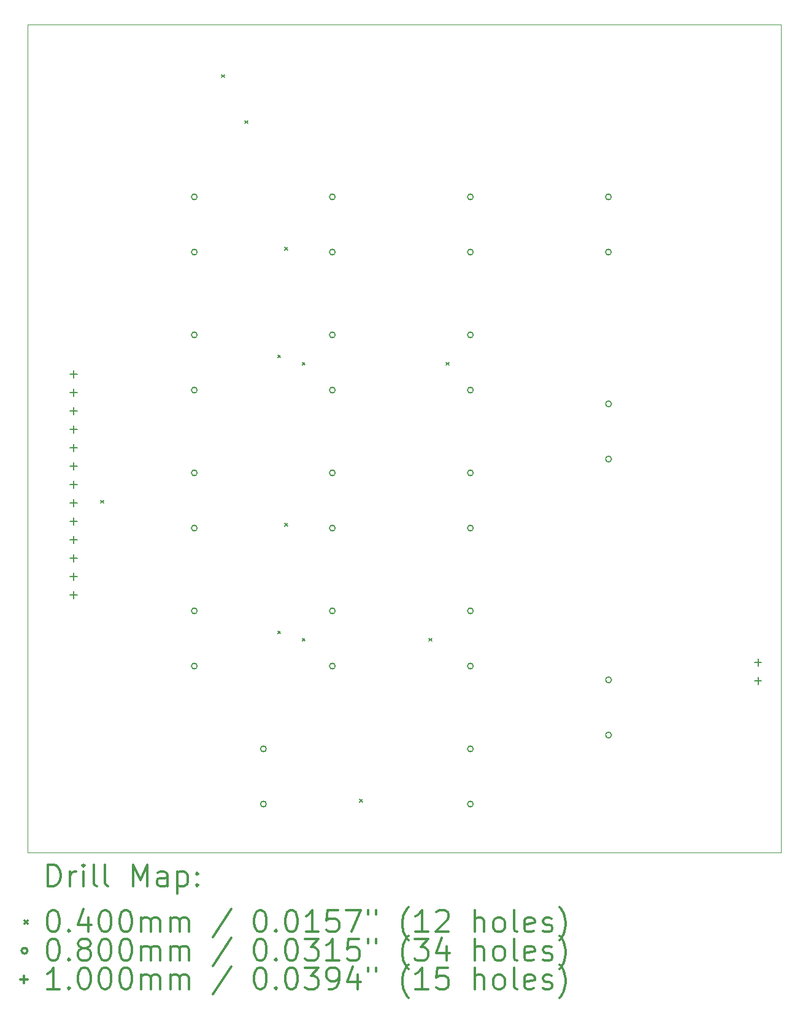
<source format=gbr>
%FSLAX45Y45*%
G04 Gerber Fmt 4.5, Leading zero omitted, Abs format (unit mm)*
G04 Created by KiCad (PCBNEW (5.1.10)-1) date 2023-01-23 12:40:16*
%MOMM*%
%LPD*%
G01*
G04 APERTURE LIST*
%TA.AperFunction,Profile*%
%ADD10C,0.050000*%
%TD*%
%ADD11C,0.200000*%
%ADD12C,0.300000*%
G04 APERTURE END LIST*
D10*
X5873750Y-13811250D02*
X5873750Y-2381250D01*
X16271875Y-13811250D02*
X5873750Y-13811250D01*
X16271875Y-2381250D02*
X16271875Y-13811250D01*
X5873750Y-2381250D02*
X16271875Y-2381250D01*
D11*
X6885625Y-8949375D02*
X6925625Y-8989375D01*
X6925625Y-8949375D02*
X6885625Y-8989375D01*
X8552500Y-3075625D02*
X8592500Y-3115625D01*
X8592500Y-3075625D02*
X8552500Y-3115625D01*
X8870000Y-3710625D02*
X8910000Y-3750625D01*
X8910000Y-3710625D02*
X8870000Y-3750625D01*
X9325325Y-6944075D02*
X9365325Y-6984075D01*
X9365325Y-6944075D02*
X9325325Y-6984075D01*
X9325325Y-10754075D02*
X9365325Y-10794075D01*
X9365325Y-10754075D02*
X9325325Y-10794075D01*
X9424375Y-9268125D02*
X9464375Y-9308125D01*
X9464375Y-9268125D02*
X9424375Y-9308125D01*
X9425625Y-5456875D02*
X9465625Y-5496875D01*
X9465625Y-5456875D02*
X9425625Y-5496875D01*
X9663750Y-7044375D02*
X9703750Y-7084375D01*
X9703750Y-7044375D02*
X9663750Y-7084375D01*
X9663750Y-10854375D02*
X9703750Y-10894375D01*
X9703750Y-10854375D02*
X9663750Y-10894375D01*
X10456250Y-13078125D02*
X10496250Y-13118125D01*
X10496250Y-13078125D02*
X10456250Y-13118125D01*
X11410000Y-10854375D02*
X11450000Y-10894375D01*
X11450000Y-10854375D02*
X11410000Y-10894375D01*
X11648125Y-7044375D02*
X11688125Y-7084375D01*
X11688125Y-7044375D02*
X11648125Y-7084375D01*
X8215625Y-4762500D02*
G75*
G03*
X8215625Y-4762500I-40000J0D01*
G01*
X8215625Y-5524500D02*
G75*
G03*
X8215625Y-5524500I-40000J0D01*
G01*
X8215625Y-6667500D02*
G75*
G03*
X8215625Y-6667500I-40000J0D01*
G01*
X8215625Y-7429500D02*
G75*
G03*
X8215625Y-7429500I-40000J0D01*
G01*
X8215625Y-8572500D02*
G75*
G03*
X8215625Y-8572500I-40000J0D01*
G01*
X8215625Y-9334500D02*
G75*
G03*
X8215625Y-9334500I-40000J0D01*
G01*
X8215625Y-10477500D02*
G75*
G03*
X8215625Y-10477500I-40000J0D01*
G01*
X8215625Y-11239500D02*
G75*
G03*
X8215625Y-11239500I-40000J0D01*
G01*
X9168125Y-12382500D02*
G75*
G03*
X9168125Y-12382500I-40000J0D01*
G01*
X9168125Y-13144500D02*
G75*
G03*
X9168125Y-13144500I-40000J0D01*
G01*
X10120625Y-4762500D02*
G75*
G03*
X10120625Y-4762500I-40000J0D01*
G01*
X10120625Y-5524500D02*
G75*
G03*
X10120625Y-5524500I-40000J0D01*
G01*
X10120625Y-6667500D02*
G75*
G03*
X10120625Y-6667500I-40000J0D01*
G01*
X10120625Y-7429500D02*
G75*
G03*
X10120625Y-7429500I-40000J0D01*
G01*
X10120625Y-8572500D02*
G75*
G03*
X10120625Y-8572500I-40000J0D01*
G01*
X10120625Y-9334500D02*
G75*
G03*
X10120625Y-9334500I-40000J0D01*
G01*
X10120625Y-10477500D02*
G75*
G03*
X10120625Y-10477500I-40000J0D01*
G01*
X10120625Y-11239500D02*
G75*
G03*
X10120625Y-11239500I-40000J0D01*
G01*
X12025625Y-4762500D02*
G75*
G03*
X12025625Y-4762500I-40000J0D01*
G01*
X12025625Y-5524500D02*
G75*
G03*
X12025625Y-5524500I-40000J0D01*
G01*
X12025625Y-6667500D02*
G75*
G03*
X12025625Y-6667500I-40000J0D01*
G01*
X12025625Y-7429500D02*
G75*
G03*
X12025625Y-7429500I-40000J0D01*
G01*
X12025625Y-8572500D02*
G75*
G03*
X12025625Y-8572500I-40000J0D01*
G01*
X12025625Y-9334500D02*
G75*
G03*
X12025625Y-9334500I-40000J0D01*
G01*
X12025625Y-10477500D02*
G75*
G03*
X12025625Y-10477500I-40000J0D01*
G01*
X12025625Y-11239500D02*
G75*
G03*
X12025625Y-11239500I-40000J0D01*
G01*
X12025625Y-12382500D02*
G75*
G03*
X12025625Y-12382500I-40000J0D01*
G01*
X12025625Y-13144500D02*
G75*
G03*
X12025625Y-13144500I-40000J0D01*
G01*
X13930625Y-4762500D02*
G75*
G03*
X13930625Y-4762500I-40000J0D01*
G01*
X13930625Y-5524500D02*
G75*
G03*
X13930625Y-5524500I-40000J0D01*
G01*
X13930625Y-7620000D02*
G75*
G03*
X13930625Y-7620000I-40000J0D01*
G01*
X13930625Y-8382000D02*
G75*
G03*
X13930625Y-8382000I-40000J0D01*
G01*
X13930625Y-11430000D02*
G75*
G03*
X13930625Y-11430000I-40000J0D01*
G01*
X13930625Y-12192000D02*
G75*
G03*
X13930625Y-12192000I-40000J0D01*
G01*
X6508750Y-7157250D02*
X6508750Y-7257250D01*
X6458750Y-7207250D02*
X6558750Y-7207250D01*
X6508750Y-7411250D02*
X6508750Y-7511250D01*
X6458750Y-7461250D02*
X6558750Y-7461250D01*
X6508750Y-7665250D02*
X6508750Y-7765250D01*
X6458750Y-7715250D02*
X6558750Y-7715250D01*
X6508750Y-7919250D02*
X6508750Y-8019250D01*
X6458750Y-7969250D02*
X6558750Y-7969250D01*
X6508750Y-8173250D02*
X6508750Y-8273250D01*
X6458750Y-8223250D02*
X6558750Y-8223250D01*
X6508750Y-8427250D02*
X6508750Y-8527250D01*
X6458750Y-8477250D02*
X6558750Y-8477250D01*
X6508750Y-8681250D02*
X6508750Y-8781250D01*
X6458750Y-8731250D02*
X6558750Y-8731250D01*
X6508750Y-8935250D02*
X6508750Y-9035250D01*
X6458750Y-8985250D02*
X6558750Y-8985250D01*
X6508750Y-9189250D02*
X6508750Y-9289250D01*
X6458750Y-9239250D02*
X6558750Y-9239250D01*
X6508750Y-9443250D02*
X6508750Y-9543250D01*
X6458750Y-9493250D02*
X6558750Y-9493250D01*
X6508750Y-9697250D02*
X6508750Y-9797250D01*
X6458750Y-9747250D02*
X6558750Y-9747250D01*
X6508750Y-9951250D02*
X6508750Y-10051250D01*
X6458750Y-10001250D02*
X6558750Y-10001250D01*
X6508750Y-10205250D02*
X6508750Y-10305250D01*
X6458750Y-10255250D02*
X6558750Y-10255250D01*
X15954375Y-11141875D02*
X15954375Y-11241875D01*
X15904375Y-11191875D02*
X16004375Y-11191875D01*
X15954375Y-11395875D02*
X15954375Y-11495875D01*
X15904375Y-11445875D02*
X16004375Y-11445875D01*
D12*
X6157678Y-14279464D02*
X6157678Y-13979464D01*
X6229107Y-13979464D01*
X6271964Y-13993750D01*
X6300536Y-14022321D01*
X6314821Y-14050893D01*
X6329107Y-14108036D01*
X6329107Y-14150893D01*
X6314821Y-14208036D01*
X6300536Y-14236607D01*
X6271964Y-14265179D01*
X6229107Y-14279464D01*
X6157678Y-14279464D01*
X6457678Y-14279464D02*
X6457678Y-14079464D01*
X6457678Y-14136607D02*
X6471964Y-14108036D01*
X6486250Y-14093750D01*
X6514821Y-14079464D01*
X6543393Y-14079464D01*
X6643393Y-14279464D02*
X6643393Y-14079464D01*
X6643393Y-13979464D02*
X6629107Y-13993750D01*
X6643393Y-14008036D01*
X6657678Y-13993750D01*
X6643393Y-13979464D01*
X6643393Y-14008036D01*
X6829107Y-14279464D02*
X6800536Y-14265179D01*
X6786250Y-14236607D01*
X6786250Y-13979464D01*
X6986250Y-14279464D02*
X6957678Y-14265179D01*
X6943393Y-14236607D01*
X6943393Y-13979464D01*
X7329107Y-14279464D02*
X7329107Y-13979464D01*
X7429107Y-14193750D01*
X7529107Y-13979464D01*
X7529107Y-14279464D01*
X7800536Y-14279464D02*
X7800536Y-14122321D01*
X7786250Y-14093750D01*
X7757678Y-14079464D01*
X7700536Y-14079464D01*
X7671964Y-14093750D01*
X7800536Y-14265179D02*
X7771964Y-14279464D01*
X7700536Y-14279464D01*
X7671964Y-14265179D01*
X7657678Y-14236607D01*
X7657678Y-14208036D01*
X7671964Y-14179464D01*
X7700536Y-14165179D01*
X7771964Y-14165179D01*
X7800536Y-14150893D01*
X7943393Y-14079464D02*
X7943393Y-14379464D01*
X7943393Y-14093750D02*
X7971964Y-14079464D01*
X8029107Y-14079464D01*
X8057678Y-14093750D01*
X8071964Y-14108036D01*
X8086250Y-14136607D01*
X8086250Y-14222321D01*
X8071964Y-14250893D01*
X8057678Y-14265179D01*
X8029107Y-14279464D01*
X7971964Y-14279464D01*
X7943393Y-14265179D01*
X8214821Y-14250893D02*
X8229107Y-14265179D01*
X8214821Y-14279464D01*
X8200536Y-14265179D01*
X8214821Y-14250893D01*
X8214821Y-14279464D01*
X8214821Y-14093750D02*
X8229107Y-14108036D01*
X8214821Y-14122321D01*
X8200536Y-14108036D01*
X8214821Y-14093750D01*
X8214821Y-14122321D01*
X5831250Y-14753750D02*
X5871250Y-14793750D01*
X5871250Y-14753750D02*
X5831250Y-14793750D01*
X6214821Y-14609464D02*
X6243393Y-14609464D01*
X6271964Y-14623750D01*
X6286250Y-14638036D01*
X6300536Y-14666607D01*
X6314821Y-14723750D01*
X6314821Y-14795179D01*
X6300536Y-14852321D01*
X6286250Y-14880893D01*
X6271964Y-14895179D01*
X6243393Y-14909464D01*
X6214821Y-14909464D01*
X6186250Y-14895179D01*
X6171964Y-14880893D01*
X6157678Y-14852321D01*
X6143393Y-14795179D01*
X6143393Y-14723750D01*
X6157678Y-14666607D01*
X6171964Y-14638036D01*
X6186250Y-14623750D01*
X6214821Y-14609464D01*
X6443393Y-14880893D02*
X6457678Y-14895179D01*
X6443393Y-14909464D01*
X6429107Y-14895179D01*
X6443393Y-14880893D01*
X6443393Y-14909464D01*
X6714821Y-14709464D02*
X6714821Y-14909464D01*
X6643393Y-14595179D02*
X6571964Y-14809464D01*
X6757678Y-14809464D01*
X6929107Y-14609464D02*
X6957678Y-14609464D01*
X6986250Y-14623750D01*
X7000536Y-14638036D01*
X7014821Y-14666607D01*
X7029107Y-14723750D01*
X7029107Y-14795179D01*
X7014821Y-14852321D01*
X7000536Y-14880893D01*
X6986250Y-14895179D01*
X6957678Y-14909464D01*
X6929107Y-14909464D01*
X6900536Y-14895179D01*
X6886250Y-14880893D01*
X6871964Y-14852321D01*
X6857678Y-14795179D01*
X6857678Y-14723750D01*
X6871964Y-14666607D01*
X6886250Y-14638036D01*
X6900536Y-14623750D01*
X6929107Y-14609464D01*
X7214821Y-14609464D02*
X7243393Y-14609464D01*
X7271964Y-14623750D01*
X7286250Y-14638036D01*
X7300536Y-14666607D01*
X7314821Y-14723750D01*
X7314821Y-14795179D01*
X7300536Y-14852321D01*
X7286250Y-14880893D01*
X7271964Y-14895179D01*
X7243393Y-14909464D01*
X7214821Y-14909464D01*
X7186250Y-14895179D01*
X7171964Y-14880893D01*
X7157678Y-14852321D01*
X7143393Y-14795179D01*
X7143393Y-14723750D01*
X7157678Y-14666607D01*
X7171964Y-14638036D01*
X7186250Y-14623750D01*
X7214821Y-14609464D01*
X7443393Y-14909464D02*
X7443393Y-14709464D01*
X7443393Y-14738036D02*
X7457678Y-14723750D01*
X7486250Y-14709464D01*
X7529107Y-14709464D01*
X7557678Y-14723750D01*
X7571964Y-14752321D01*
X7571964Y-14909464D01*
X7571964Y-14752321D02*
X7586250Y-14723750D01*
X7614821Y-14709464D01*
X7657678Y-14709464D01*
X7686250Y-14723750D01*
X7700536Y-14752321D01*
X7700536Y-14909464D01*
X7843393Y-14909464D02*
X7843393Y-14709464D01*
X7843393Y-14738036D02*
X7857678Y-14723750D01*
X7886250Y-14709464D01*
X7929107Y-14709464D01*
X7957678Y-14723750D01*
X7971964Y-14752321D01*
X7971964Y-14909464D01*
X7971964Y-14752321D02*
X7986250Y-14723750D01*
X8014821Y-14709464D01*
X8057678Y-14709464D01*
X8086250Y-14723750D01*
X8100536Y-14752321D01*
X8100536Y-14909464D01*
X8686250Y-14595179D02*
X8429107Y-14980893D01*
X9071964Y-14609464D02*
X9100536Y-14609464D01*
X9129107Y-14623750D01*
X9143393Y-14638036D01*
X9157678Y-14666607D01*
X9171964Y-14723750D01*
X9171964Y-14795179D01*
X9157678Y-14852321D01*
X9143393Y-14880893D01*
X9129107Y-14895179D01*
X9100536Y-14909464D01*
X9071964Y-14909464D01*
X9043393Y-14895179D01*
X9029107Y-14880893D01*
X9014821Y-14852321D01*
X9000536Y-14795179D01*
X9000536Y-14723750D01*
X9014821Y-14666607D01*
X9029107Y-14638036D01*
X9043393Y-14623750D01*
X9071964Y-14609464D01*
X9300536Y-14880893D02*
X9314821Y-14895179D01*
X9300536Y-14909464D01*
X9286250Y-14895179D01*
X9300536Y-14880893D01*
X9300536Y-14909464D01*
X9500536Y-14609464D02*
X9529107Y-14609464D01*
X9557678Y-14623750D01*
X9571964Y-14638036D01*
X9586250Y-14666607D01*
X9600536Y-14723750D01*
X9600536Y-14795179D01*
X9586250Y-14852321D01*
X9571964Y-14880893D01*
X9557678Y-14895179D01*
X9529107Y-14909464D01*
X9500536Y-14909464D01*
X9471964Y-14895179D01*
X9457678Y-14880893D01*
X9443393Y-14852321D01*
X9429107Y-14795179D01*
X9429107Y-14723750D01*
X9443393Y-14666607D01*
X9457678Y-14638036D01*
X9471964Y-14623750D01*
X9500536Y-14609464D01*
X9886250Y-14909464D02*
X9714821Y-14909464D01*
X9800536Y-14909464D02*
X9800536Y-14609464D01*
X9771964Y-14652321D01*
X9743393Y-14680893D01*
X9714821Y-14695179D01*
X10157678Y-14609464D02*
X10014821Y-14609464D01*
X10000536Y-14752321D01*
X10014821Y-14738036D01*
X10043393Y-14723750D01*
X10114821Y-14723750D01*
X10143393Y-14738036D01*
X10157678Y-14752321D01*
X10171964Y-14780893D01*
X10171964Y-14852321D01*
X10157678Y-14880893D01*
X10143393Y-14895179D01*
X10114821Y-14909464D01*
X10043393Y-14909464D01*
X10014821Y-14895179D01*
X10000536Y-14880893D01*
X10271964Y-14609464D02*
X10471964Y-14609464D01*
X10343393Y-14909464D01*
X10571964Y-14609464D02*
X10571964Y-14666607D01*
X10686250Y-14609464D02*
X10686250Y-14666607D01*
X11129107Y-15023750D02*
X11114821Y-15009464D01*
X11086250Y-14966607D01*
X11071964Y-14938036D01*
X11057678Y-14895179D01*
X11043393Y-14823750D01*
X11043393Y-14766607D01*
X11057678Y-14695179D01*
X11071964Y-14652321D01*
X11086250Y-14623750D01*
X11114821Y-14580893D01*
X11129107Y-14566607D01*
X11400536Y-14909464D02*
X11229107Y-14909464D01*
X11314821Y-14909464D02*
X11314821Y-14609464D01*
X11286250Y-14652321D01*
X11257678Y-14680893D01*
X11229107Y-14695179D01*
X11514821Y-14638036D02*
X11529107Y-14623750D01*
X11557678Y-14609464D01*
X11629107Y-14609464D01*
X11657678Y-14623750D01*
X11671964Y-14638036D01*
X11686250Y-14666607D01*
X11686250Y-14695179D01*
X11671964Y-14738036D01*
X11500536Y-14909464D01*
X11686250Y-14909464D01*
X12043393Y-14909464D02*
X12043393Y-14609464D01*
X12171964Y-14909464D02*
X12171964Y-14752321D01*
X12157678Y-14723750D01*
X12129107Y-14709464D01*
X12086250Y-14709464D01*
X12057678Y-14723750D01*
X12043393Y-14738036D01*
X12357678Y-14909464D02*
X12329107Y-14895179D01*
X12314821Y-14880893D01*
X12300536Y-14852321D01*
X12300536Y-14766607D01*
X12314821Y-14738036D01*
X12329107Y-14723750D01*
X12357678Y-14709464D01*
X12400536Y-14709464D01*
X12429107Y-14723750D01*
X12443393Y-14738036D01*
X12457678Y-14766607D01*
X12457678Y-14852321D01*
X12443393Y-14880893D01*
X12429107Y-14895179D01*
X12400536Y-14909464D01*
X12357678Y-14909464D01*
X12629107Y-14909464D02*
X12600536Y-14895179D01*
X12586250Y-14866607D01*
X12586250Y-14609464D01*
X12857678Y-14895179D02*
X12829107Y-14909464D01*
X12771964Y-14909464D01*
X12743393Y-14895179D01*
X12729107Y-14866607D01*
X12729107Y-14752321D01*
X12743393Y-14723750D01*
X12771964Y-14709464D01*
X12829107Y-14709464D01*
X12857678Y-14723750D01*
X12871964Y-14752321D01*
X12871964Y-14780893D01*
X12729107Y-14809464D01*
X12986250Y-14895179D02*
X13014821Y-14909464D01*
X13071964Y-14909464D01*
X13100536Y-14895179D01*
X13114821Y-14866607D01*
X13114821Y-14852321D01*
X13100536Y-14823750D01*
X13071964Y-14809464D01*
X13029107Y-14809464D01*
X13000536Y-14795179D01*
X12986250Y-14766607D01*
X12986250Y-14752321D01*
X13000536Y-14723750D01*
X13029107Y-14709464D01*
X13071964Y-14709464D01*
X13100536Y-14723750D01*
X13214821Y-15023750D02*
X13229107Y-15009464D01*
X13257678Y-14966607D01*
X13271964Y-14938036D01*
X13286250Y-14895179D01*
X13300536Y-14823750D01*
X13300536Y-14766607D01*
X13286250Y-14695179D01*
X13271964Y-14652321D01*
X13257678Y-14623750D01*
X13229107Y-14580893D01*
X13214821Y-14566607D01*
X5871250Y-15169750D02*
G75*
G03*
X5871250Y-15169750I-40000J0D01*
G01*
X6214821Y-15005464D02*
X6243393Y-15005464D01*
X6271964Y-15019750D01*
X6286250Y-15034036D01*
X6300536Y-15062607D01*
X6314821Y-15119750D01*
X6314821Y-15191179D01*
X6300536Y-15248321D01*
X6286250Y-15276893D01*
X6271964Y-15291179D01*
X6243393Y-15305464D01*
X6214821Y-15305464D01*
X6186250Y-15291179D01*
X6171964Y-15276893D01*
X6157678Y-15248321D01*
X6143393Y-15191179D01*
X6143393Y-15119750D01*
X6157678Y-15062607D01*
X6171964Y-15034036D01*
X6186250Y-15019750D01*
X6214821Y-15005464D01*
X6443393Y-15276893D02*
X6457678Y-15291179D01*
X6443393Y-15305464D01*
X6429107Y-15291179D01*
X6443393Y-15276893D01*
X6443393Y-15305464D01*
X6629107Y-15134036D02*
X6600536Y-15119750D01*
X6586250Y-15105464D01*
X6571964Y-15076893D01*
X6571964Y-15062607D01*
X6586250Y-15034036D01*
X6600536Y-15019750D01*
X6629107Y-15005464D01*
X6686250Y-15005464D01*
X6714821Y-15019750D01*
X6729107Y-15034036D01*
X6743393Y-15062607D01*
X6743393Y-15076893D01*
X6729107Y-15105464D01*
X6714821Y-15119750D01*
X6686250Y-15134036D01*
X6629107Y-15134036D01*
X6600536Y-15148321D01*
X6586250Y-15162607D01*
X6571964Y-15191179D01*
X6571964Y-15248321D01*
X6586250Y-15276893D01*
X6600536Y-15291179D01*
X6629107Y-15305464D01*
X6686250Y-15305464D01*
X6714821Y-15291179D01*
X6729107Y-15276893D01*
X6743393Y-15248321D01*
X6743393Y-15191179D01*
X6729107Y-15162607D01*
X6714821Y-15148321D01*
X6686250Y-15134036D01*
X6929107Y-15005464D02*
X6957678Y-15005464D01*
X6986250Y-15019750D01*
X7000536Y-15034036D01*
X7014821Y-15062607D01*
X7029107Y-15119750D01*
X7029107Y-15191179D01*
X7014821Y-15248321D01*
X7000536Y-15276893D01*
X6986250Y-15291179D01*
X6957678Y-15305464D01*
X6929107Y-15305464D01*
X6900536Y-15291179D01*
X6886250Y-15276893D01*
X6871964Y-15248321D01*
X6857678Y-15191179D01*
X6857678Y-15119750D01*
X6871964Y-15062607D01*
X6886250Y-15034036D01*
X6900536Y-15019750D01*
X6929107Y-15005464D01*
X7214821Y-15005464D02*
X7243393Y-15005464D01*
X7271964Y-15019750D01*
X7286250Y-15034036D01*
X7300536Y-15062607D01*
X7314821Y-15119750D01*
X7314821Y-15191179D01*
X7300536Y-15248321D01*
X7286250Y-15276893D01*
X7271964Y-15291179D01*
X7243393Y-15305464D01*
X7214821Y-15305464D01*
X7186250Y-15291179D01*
X7171964Y-15276893D01*
X7157678Y-15248321D01*
X7143393Y-15191179D01*
X7143393Y-15119750D01*
X7157678Y-15062607D01*
X7171964Y-15034036D01*
X7186250Y-15019750D01*
X7214821Y-15005464D01*
X7443393Y-15305464D02*
X7443393Y-15105464D01*
X7443393Y-15134036D02*
X7457678Y-15119750D01*
X7486250Y-15105464D01*
X7529107Y-15105464D01*
X7557678Y-15119750D01*
X7571964Y-15148321D01*
X7571964Y-15305464D01*
X7571964Y-15148321D02*
X7586250Y-15119750D01*
X7614821Y-15105464D01*
X7657678Y-15105464D01*
X7686250Y-15119750D01*
X7700536Y-15148321D01*
X7700536Y-15305464D01*
X7843393Y-15305464D02*
X7843393Y-15105464D01*
X7843393Y-15134036D02*
X7857678Y-15119750D01*
X7886250Y-15105464D01*
X7929107Y-15105464D01*
X7957678Y-15119750D01*
X7971964Y-15148321D01*
X7971964Y-15305464D01*
X7971964Y-15148321D02*
X7986250Y-15119750D01*
X8014821Y-15105464D01*
X8057678Y-15105464D01*
X8086250Y-15119750D01*
X8100536Y-15148321D01*
X8100536Y-15305464D01*
X8686250Y-14991179D02*
X8429107Y-15376893D01*
X9071964Y-15005464D02*
X9100536Y-15005464D01*
X9129107Y-15019750D01*
X9143393Y-15034036D01*
X9157678Y-15062607D01*
X9171964Y-15119750D01*
X9171964Y-15191179D01*
X9157678Y-15248321D01*
X9143393Y-15276893D01*
X9129107Y-15291179D01*
X9100536Y-15305464D01*
X9071964Y-15305464D01*
X9043393Y-15291179D01*
X9029107Y-15276893D01*
X9014821Y-15248321D01*
X9000536Y-15191179D01*
X9000536Y-15119750D01*
X9014821Y-15062607D01*
X9029107Y-15034036D01*
X9043393Y-15019750D01*
X9071964Y-15005464D01*
X9300536Y-15276893D02*
X9314821Y-15291179D01*
X9300536Y-15305464D01*
X9286250Y-15291179D01*
X9300536Y-15276893D01*
X9300536Y-15305464D01*
X9500536Y-15005464D02*
X9529107Y-15005464D01*
X9557678Y-15019750D01*
X9571964Y-15034036D01*
X9586250Y-15062607D01*
X9600536Y-15119750D01*
X9600536Y-15191179D01*
X9586250Y-15248321D01*
X9571964Y-15276893D01*
X9557678Y-15291179D01*
X9529107Y-15305464D01*
X9500536Y-15305464D01*
X9471964Y-15291179D01*
X9457678Y-15276893D01*
X9443393Y-15248321D01*
X9429107Y-15191179D01*
X9429107Y-15119750D01*
X9443393Y-15062607D01*
X9457678Y-15034036D01*
X9471964Y-15019750D01*
X9500536Y-15005464D01*
X9700536Y-15005464D02*
X9886250Y-15005464D01*
X9786250Y-15119750D01*
X9829107Y-15119750D01*
X9857678Y-15134036D01*
X9871964Y-15148321D01*
X9886250Y-15176893D01*
X9886250Y-15248321D01*
X9871964Y-15276893D01*
X9857678Y-15291179D01*
X9829107Y-15305464D01*
X9743393Y-15305464D01*
X9714821Y-15291179D01*
X9700536Y-15276893D01*
X10171964Y-15305464D02*
X10000536Y-15305464D01*
X10086250Y-15305464D02*
X10086250Y-15005464D01*
X10057678Y-15048321D01*
X10029107Y-15076893D01*
X10000536Y-15091179D01*
X10443393Y-15005464D02*
X10300536Y-15005464D01*
X10286250Y-15148321D01*
X10300536Y-15134036D01*
X10329107Y-15119750D01*
X10400536Y-15119750D01*
X10429107Y-15134036D01*
X10443393Y-15148321D01*
X10457678Y-15176893D01*
X10457678Y-15248321D01*
X10443393Y-15276893D01*
X10429107Y-15291179D01*
X10400536Y-15305464D01*
X10329107Y-15305464D01*
X10300536Y-15291179D01*
X10286250Y-15276893D01*
X10571964Y-15005464D02*
X10571964Y-15062607D01*
X10686250Y-15005464D02*
X10686250Y-15062607D01*
X11129107Y-15419750D02*
X11114821Y-15405464D01*
X11086250Y-15362607D01*
X11071964Y-15334036D01*
X11057678Y-15291179D01*
X11043393Y-15219750D01*
X11043393Y-15162607D01*
X11057678Y-15091179D01*
X11071964Y-15048321D01*
X11086250Y-15019750D01*
X11114821Y-14976893D01*
X11129107Y-14962607D01*
X11214821Y-15005464D02*
X11400536Y-15005464D01*
X11300536Y-15119750D01*
X11343393Y-15119750D01*
X11371964Y-15134036D01*
X11386250Y-15148321D01*
X11400536Y-15176893D01*
X11400536Y-15248321D01*
X11386250Y-15276893D01*
X11371964Y-15291179D01*
X11343393Y-15305464D01*
X11257678Y-15305464D01*
X11229107Y-15291179D01*
X11214821Y-15276893D01*
X11657678Y-15105464D02*
X11657678Y-15305464D01*
X11586250Y-14991179D02*
X11514821Y-15205464D01*
X11700536Y-15205464D01*
X12043393Y-15305464D02*
X12043393Y-15005464D01*
X12171964Y-15305464D02*
X12171964Y-15148321D01*
X12157678Y-15119750D01*
X12129107Y-15105464D01*
X12086250Y-15105464D01*
X12057678Y-15119750D01*
X12043393Y-15134036D01*
X12357678Y-15305464D02*
X12329107Y-15291179D01*
X12314821Y-15276893D01*
X12300536Y-15248321D01*
X12300536Y-15162607D01*
X12314821Y-15134036D01*
X12329107Y-15119750D01*
X12357678Y-15105464D01*
X12400536Y-15105464D01*
X12429107Y-15119750D01*
X12443393Y-15134036D01*
X12457678Y-15162607D01*
X12457678Y-15248321D01*
X12443393Y-15276893D01*
X12429107Y-15291179D01*
X12400536Y-15305464D01*
X12357678Y-15305464D01*
X12629107Y-15305464D02*
X12600536Y-15291179D01*
X12586250Y-15262607D01*
X12586250Y-15005464D01*
X12857678Y-15291179D02*
X12829107Y-15305464D01*
X12771964Y-15305464D01*
X12743393Y-15291179D01*
X12729107Y-15262607D01*
X12729107Y-15148321D01*
X12743393Y-15119750D01*
X12771964Y-15105464D01*
X12829107Y-15105464D01*
X12857678Y-15119750D01*
X12871964Y-15148321D01*
X12871964Y-15176893D01*
X12729107Y-15205464D01*
X12986250Y-15291179D02*
X13014821Y-15305464D01*
X13071964Y-15305464D01*
X13100536Y-15291179D01*
X13114821Y-15262607D01*
X13114821Y-15248321D01*
X13100536Y-15219750D01*
X13071964Y-15205464D01*
X13029107Y-15205464D01*
X13000536Y-15191179D01*
X12986250Y-15162607D01*
X12986250Y-15148321D01*
X13000536Y-15119750D01*
X13029107Y-15105464D01*
X13071964Y-15105464D01*
X13100536Y-15119750D01*
X13214821Y-15419750D02*
X13229107Y-15405464D01*
X13257678Y-15362607D01*
X13271964Y-15334036D01*
X13286250Y-15291179D01*
X13300536Y-15219750D01*
X13300536Y-15162607D01*
X13286250Y-15091179D01*
X13271964Y-15048321D01*
X13257678Y-15019750D01*
X13229107Y-14976893D01*
X13214821Y-14962607D01*
X5821250Y-15515750D02*
X5821250Y-15615750D01*
X5771250Y-15565750D02*
X5871250Y-15565750D01*
X6314821Y-15701464D02*
X6143393Y-15701464D01*
X6229107Y-15701464D02*
X6229107Y-15401464D01*
X6200536Y-15444321D01*
X6171964Y-15472893D01*
X6143393Y-15487179D01*
X6443393Y-15672893D02*
X6457678Y-15687179D01*
X6443393Y-15701464D01*
X6429107Y-15687179D01*
X6443393Y-15672893D01*
X6443393Y-15701464D01*
X6643393Y-15401464D02*
X6671964Y-15401464D01*
X6700536Y-15415750D01*
X6714821Y-15430036D01*
X6729107Y-15458607D01*
X6743393Y-15515750D01*
X6743393Y-15587179D01*
X6729107Y-15644321D01*
X6714821Y-15672893D01*
X6700536Y-15687179D01*
X6671964Y-15701464D01*
X6643393Y-15701464D01*
X6614821Y-15687179D01*
X6600536Y-15672893D01*
X6586250Y-15644321D01*
X6571964Y-15587179D01*
X6571964Y-15515750D01*
X6586250Y-15458607D01*
X6600536Y-15430036D01*
X6614821Y-15415750D01*
X6643393Y-15401464D01*
X6929107Y-15401464D02*
X6957678Y-15401464D01*
X6986250Y-15415750D01*
X7000536Y-15430036D01*
X7014821Y-15458607D01*
X7029107Y-15515750D01*
X7029107Y-15587179D01*
X7014821Y-15644321D01*
X7000536Y-15672893D01*
X6986250Y-15687179D01*
X6957678Y-15701464D01*
X6929107Y-15701464D01*
X6900536Y-15687179D01*
X6886250Y-15672893D01*
X6871964Y-15644321D01*
X6857678Y-15587179D01*
X6857678Y-15515750D01*
X6871964Y-15458607D01*
X6886250Y-15430036D01*
X6900536Y-15415750D01*
X6929107Y-15401464D01*
X7214821Y-15401464D02*
X7243393Y-15401464D01*
X7271964Y-15415750D01*
X7286250Y-15430036D01*
X7300536Y-15458607D01*
X7314821Y-15515750D01*
X7314821Y-15587179D01*
X7300536Y-15644321D01*
X7286250Y-15672893D01*
X7271964Y-15687179D01*
X7243393Y-15701464D01*
X7214821Y-15701464D01*
X7186250Y-15687179D01*
X7171964Y-15672893D01*
X7157678Y-15644321D01*
X7143393Y-15587179D01*
X7143393Y-15515750D01*
X7157678Y-15458607D01*
X7171964Y-15430036D01*
X7186250Y-15415750D01*
X7214821Y-15401464D01*
X7443393Y-15701464D02*
X7443393Y-15501464D01*
X7443393Y-15530036D02*
X7457678Y-15515750D01*
X7486250Y-15501464D01*
X7529107Y-15501464D01*
X7557678Y-15515750D01*
X7571964Y-15544321D01*
X7571964Y-15701464D01*
X7571964Y-15544321D02*
X7586250Y-15515750D01*
X7614821Y-15501464D01*
X7657678Y-15501464D01*
X7686250Y-15515750D01*
X7700536Y-15544321D01*
X7700536Y-15701464D01*
X7843393Y-15701464D02*
X7843393Y-15501464D01*
X7843393Y-15530036D02*
X7857678Y-15515750D01*
X7886250Y-15501464D01*
X7929107Y-15501464D01*
X7957678Y-15515750D01*
X7971964Y-15544321D01*
X7971964Y-15701464D01*
X7971964Y-15544321D02*
X7986250Y-15515750D01*
X8014821Y-15501464D01*
X8057678Y-15501464D01*
X8086250Y-15515750D01*
X8100536Y-15544321D01*
X8100536Y-15701464D01*
X8686250Y-15387179D02*
X8429107Y-15772893D01*
X9071964Y-15401464D02*
X9100536Y-15401464D01*
X9129107Y-15415750D01*
X9143393Y-15430036D01*
X9157678Y-15458607D01*
X9171964Y-15515750D01*
X9171964Y-15587179D01*
X9157678Y-15644321D01*
X9143393Y-15672893D01*
X9129107Y-15687179D01*
X9100536Y-15701464D01*
X9071964Y-15701464D01*
X9043393Y-15687179D01*
X9029107Y-15672893D01*
X9014821Y-15644321D01*
X9000536Y-15587179D01*
X9000536Y-15515750D01*
X9014821Y-15458607D01*
X9029107Y-15430036D01*
X9043393Y-15415750D01*
X9071964Y-15401464D01*
X9300536Y-15672893D02*
X9314821Y-15687179D01*
X9300536Y-15701464D01*
X9286250Y-15687179D01*
X9300536Y-15672893D01*
X9300536Y-15701464D01*
X9500536Y-15401464D02*
X9529107Y-15401464D01*
X9557678Y-15415750D01*
X9571964Y-15430036D01*
X9586250Y-15458607D01*
X9600536Y-15515750D01*
X9600536Y-15587179D01*
X9586250Y-15644321D01*
X9571964Y-15672893D01*
X9557678Y-15687179D01*
X9529107Y-15701464D01*
X9500536Y-15701464D01*
X9471964Y-15687179D01*
X9457678Y-15672893D01*
X9443393Y-15644321D01*
X9429107Y-15587179D01*
X9429107Y-15515750D01*
X9443393Y-15458607D01*
X9457678Y-15430036D01*
X9471964Y-15415750D01*
X9500536Y-15401464D01*
X9700536Y-15401464D02*
X9886250Y-15401464D01*
X9786250Y-15515750D01*
X9829107Y-15515750D01*
X9857678Y-15530036D01*
X9871964Y-15544321D01*
X9886250Y-15572893D01*
X9886250Y-15644321D01*
X9871964Y-15672893D01*
X9857678Y-15687179D01*
X9829107Y-15701464D01*
X9743393Y-15701464D01*
X9714821Y-15687179D01*
X9700536Y-15672893D01*
X10029107Y-15701464D02*
X10086250Y-15701464D01*
X10114821Y-15687179D01*
X10129107Y-15672893D01*
X10157678Y-15630036D01*
X10171964Y-15572893D01*
X10171964Y-15458607D01*
X10157678Y-15430036D01*
X10143393Y-15415750D01*
X10114821Y-15401464D01*
X10057678Y-15401464D01*
X10029107Y-15415750D01*
X10014821Y-15430036D01*
X10000536Y-15458607D01*
X10000536Y-15530036D01*
X10014821Y-15558607D01*
X10029107Y-15572893D01*
X10057678Y-15587179D01*
X10114821Y-15587179D01*
X10143393Y-15572893D01*
X10157678Y-15558607D01*
X10171964Y-15530036D01*
X10429107Y-15501464D02*
X10429107Y-15701464D01*
X10357678Y-15387179D02*
X10286250Y-15601464D01*
X10471964Y-15601464D01*
X10571964Y-15401464D02*
X10571964Y-15458607D01*
X10686250Y-15401464D02*
X10686250Y-15458607D01*
X11129107Y-15815750D02*
X11114821Y-15801464D01*
X11086250Y-15758607D01*
X11071964Y-15730036D01*
X11057678Y-15687179D01*
X11043393Y-15615750D01*
X11043393Y-15558607D01*
X11057678Y-15487179D01*
X11071964Y-15444321D01*
X11086250Y-15415750D01*
X11114821Y-15372893D01*
X11129107Y-15358607D01*
X11400536Y-15701464D02*
X11229107Y-15701464D01*
X11314821Y-15701464D02*
X11314821Y-15401464D01*
X11286250Y-15444321D01*
X11257678Y-15472893D01*
X11229107Y-15487179D01*
X11671964Y-15401464D02*
X11529107Y-15401464D01*
X11514821Y-15544321D01*
X11529107Y-15530036D01*
X11557678Y-15515750D01*
X11629107Y-15515750D01*
X11657678Y-15530036D01*
X11671964Y-15544321D01*
X11686250Y-15572893D01*
X11686250Y-15644321D01*
X11671964Y-15672893D01*
X11657678Y-15687179D01*
X11629107Y-15701464D01*
X11557678Y-15701464D01*
X11529107Y-15687179D01*
X11514821Y-15672893D01*
X12043393Y-15701464D02*
X12043393Y-15401464D01*
X12171964Y-15701464D02*
X12171964Y-15544321D01*
X12157678Y-15515750D01*
X12129107Y-15501464D01*
X12086250Y-15501464D01*
X12057678Y-15515750D01*
X12043393Y-15530036D01*
X12357678Y-15701464D02*
X12329107Y-15687179D01*
X12314821Y-15672893D01*
X12300536Y-15644321D01*
X12300536Y-15558607D01*
X12314821Y-15530036D01*
X12329107Y-15515750D01*
X12357678Y-15501464D01*
X12400536Y-15501464D01*
X12429107Y-15515750D01*
X12443393Y-15530036D01*
X12457678Y-15558607D01*
X12457678Y-15644321D01*
X12443393Y-15672893D01*
X12429107Y-15687179D01*
X12400536Y-15701464D01*
X12357678Y-15701464D01*
X12629107Y-15701464D02*
X12600536Y-15687179D01*
X12586250Y-15658607D01*
X12586250Y-15401464D01*
X12857678Y-15687179D02*
X12829107Y-15701464D01*
X12771964Y-15701464D01*
X12743393Y-15687179D01*
X12729107Y-15658607D01*
X12729107Y-15544321D01*
X12743393Y-15515750D01*
X12771964Y-15501464D01*
X12829107Y-15501464D01*
X12857678Y-15515750D01*
X12871964Y-15544321D01*
X12871964Y-15572893D01*
X12729107Y-15601464D01*
X12986250Y-15687179D02*
X13014821Y-15701464D01*
X13071964Y-15701464D01*
X13100536Y-15687179D01*
X13114821Y-15658607D01*
X13114821Y-15644321D01*
X13100536Y-15615750D01*
X13071964Y-15601464D01*
X13029107Y-15601464D01*
X13000536Y-15587179D01*
X12986250Y-15558607D01*
X12986250Y-15544321D01*
X13000536Y-15515750D01*
X13029107Y-15501464D01*
X13071964Y-15501464D01*
X13100536Y-15515750D01*
X13214821Y-15815750D02*
X13229107Y-15801464D01*
X13257678Y-15758607D01*
X13271964Y-15730036D01*
X13286250Y-15687179D01*
X13300536Y-15615750D01*
X13300536Y-15558607D01*
X13286250Y-15487179D01*
X13271964Y-15444321D01*
X13257678Y-15415750D01*
X13229107Y-15372893D01*
X13214821Y-15358607D01*
M02*

</source>
